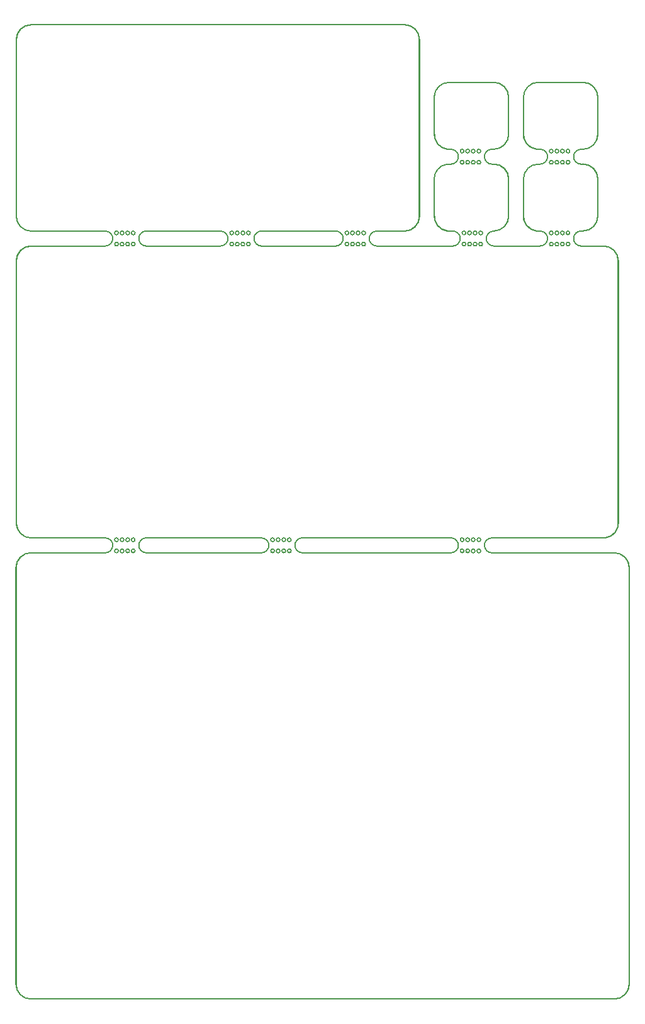
<source format=gbr>
G04 #@! TF.FileFunction,Profile,NP*
%FSLAX46Y46*%
G04 Gerber Fmt 4.6, Leading zero omitted, Abs format (unit mm)*
G04 Created by KiCad (PCBNEW 4.0.2-stable) date 19/04/2016 11:25:51*
%MOMM*%
G01*
G04 APERTURE LIST*
%ADD10C,0.100000*%
%ADD11C,0.150000*%
G04 APERTURE END LIST*
D10*
D11*
X76250000Y-124250000D02*
X86250000Y-124250000D01*
X86250000Y-122250000D02*
X76250000Y-122250000D01*
X55250000Y-124250000D02*
X60750000Y-124250000D01*
X60750000Y-122250000D02*
X55250000Y-122250000D01*
X98000000Y-61000000D02*
X98250000Y-61000000D01*
X98000000Y-61000000D02*
G75*
G03X96000000Y-63000000I0J-2000000D01*
G01*
X98250000Y-72000000D02*
X98000000Y-72000000D01*
X98000000Y-72000000D02*
G75*
G03X96000000Y-74000000I0J-2000000D01*
G01*
X85750000Y-72000000D02*
X86250000Y-72000000D01*
X85750000Y-72000000D02*
G75*
G03X84000000Y-74250000I250000J-2000000D01*
G01*
X86250000Y-61000000D02*
X86000000Y-61000000D01*
X86000000Y-61000000D02*
G75*
G03X84000000Y-63000000I0J-2000000D01*
G01*
X86250000Y-70000000D02*
X85750000Y-70000000D01*
X91750000Y-72000000D02*
X92000000Y-72000000D01*
X91750000Y-70000000D02*
X92000000Y-70000000D01*
X98250000Y-70000000D02*
X97750000Y-70000000D01*
X104000000Y-70000000D02*
X103750000Y-70000000D01*
X104000000Y-72000000D02*
X103750000Y-72000000D01*
X97750000Y-81000000D02*
X98250000Y-81000000D01*
X98250000Y-83000000D02*
X92000000Y-83000000D01*
X103750000Y-81000000D02*
X104000000Y-81000000D01*
X106750000Y-83000000D02*
X103750000Y-83000000D01*
X85750000Y-81000000D02*
X86500000Y-81000000D01*
X76250000Y-83000000D02*
X76500000Y-83000000D01*
X76250000Y-81000000D02*
X80000000Y-81000000D01*
X101750000Y-124250000D02*
X107000000Y-124250000D01*
X107000000Y-122250000D02*
X101750000Y-122250000D01*
X108250000Y-124250000D02*
X107000000Y-124250000D01*
X91000000Y-82000000D02*
G75*
G03X92000000Y-83000000I1000000J0D01*
G01*
X92000000Y-81000000D02*
G75*
G03X91000000Y-82000000I0J-1000000D01*
G01*
X90500000Y-82750000D02*
G75*
G03X90500000Y-82750000I-250000J0D01*
G01*
X89750000Y-82750000D02*
G75*
G03X89750000Y-82750000I-250000J0D01*
G01*
X89000000Y-82750000D02*
G75*
G03X89000000Y-82750000I-250000J0D01*
G01*
X88250000Y-82750000D02*
G75*
G03X88250000Y-82750000I-250000J0D01*
G01*
X90500000Y-81250000D02*
G75*
G03X90500000Y-81250000I-250000J0D01*
G01*
X89750000Y-81250000D02*
G75*
G03X89750000Y-81250000I-250000J0D01*
G01*
X89000000Y-81250000D02*
G75*
G03X89000000Y-81250000I-250000J0D01*
G01*
X88250000Y-81250000D02*
G75*
G03X88250000Y-81250000I-250000J0D01*
G01*
X86500000Y-83000000D02*
G75*
G03X87500000Y-82000000I0J1000000D01*
G01*
X87500000Y-82000000D02*
G75*
G03X86500000Y-81000000I-1000000J0D01*
G01*
X86500000Y-83000000D02*
X76500000Y-83000000D01*
X99250000Y-71000000D02*
G75*
G03X98250000Y-70000000I-1000000J0D01*
G01*
X98250000Y-72000000D02*
G75*
G03X99250000Y-71000000I0J1000000D01*
G01*
X100000000Y-70250000D02*
G75*
G03X100000000Y-70250000I-250000J0D01*
G01*
X100750000Y-70250000D02*
G75*
G03X100750000Y-70250000I-250000J0D01*
G01*
X101500000Y-70250000D02*
G75*
G03X101500000Y-70250000I-250000J0D01*
G01*
X102250000Y-70250000D02*
G75*
G03X102250000Y-70250000I-250000J0D01*
G01*
X100000000Y-71750000D02*
G75*
G03X100000000Y-71750000I-250000J0D01*
G01*
X100750000Y-71750000D02*
G75*
G03X100750000Y-71750000I-250000J0D01*
G01*
X101500000Y-71750000D02*
G75*
G03X101500000Y-71750000I-250000J0D01*
G01*
X102250000Y-71750000D02*
G75*
G03X102250000Y-71750000I-250000J0D01*
G01*
X103750000Y-70000000D02*
G75*
G03X102750000Y-71000000I0J-1000000D01*
G01*
X102750000Y-71000000D02*
G75*
G03X103750000Y-72000000I1000000J0D01*
G01*
X102750000Y-82000000D02*
G75*
G03X103750000Y-83000000I1000000J0D01*
G01*
X103750000Y-81000000D02*
G75*
G03X102750000Y-82000000I0J-1000000D01*
G01*
X102250000Y-82750000D02*
G75*
G03X102250000Y-82750000I-250000J0D01*
G01*
X101500000Y-82750000D02*
G75*
G03X101500000Y-82750000I-250000J0D01*
G01*
X100750000Y-82750000D02*
G75*
G03X100750000Y-82750000I-250000J0D01*
G01*
X100000000Y-82750000D02*
G75*
G03X100000000Y-82750000I-250000J0D01*
G01*
X102250000Y-81250000D02*
G75*
G03X102250000Y-81250000I-250000J0D01*
G01*
X101500000Y-81250000D02*
G75*
G03X101500000Y-81250000I-250000J0D01*
G01*
X100750000Y-81250000D02*
G75*
G03X100750000Y-81250000I-250000J0D01*
G01*
X100000000Y-81250000D02*
G75*
G03X100000000Y-81250000I-250000J0D01*
G01*
X98250000Y-83000000D02*
G75*
G03X99250000Y-82000000I0J1000000D01*
G01*
X99250000Y-82000000D02*
G75*
G03X98250000Y-81000000I-1000000J0D01*
G01*
X101750000Y-124250000D02*
X91750000Y-124250000D01*
X91750000Y-122250000D02*
X101750000Y-122250000D01*
X66250000Y-122250000D02*
X76250000Y-122250000D01*
X76250000Y-124250000D02*
X66250000Y-124250000D01*
X87250000Y-123250000D02*
G75*
G03X86250000Y-122250000I-1000000J0D01*
G01*
X86250000Y-124250000D02*
G75*
G03X87250000Y-123250000I0J1000000D01*
G01*
X88000000Y-122500000D02*
G75*
G03X88000000Y-122500000I-250000J0D01*
G01*
X88750000Y-122500000D02*
G75*
G03X88750000Y-122500000I-250000J0D01*
G01*
X89500000Y-122500000D02*
G75*
G03X89500000Y-122500000I-250000J0D01*
G01*
X90250000Y-122500000D02*
G75*
G03X90250000Y-122500000I-250000J0D01*
G01*
X88000000Y-124000000D02*
G75*
G03X88000000Y-124000000I-250000J0D01*
G01*
X88750000Y-124000000D02*
G75*
G03X88750000Y-124000000I-250000J0D01*
G01*
X89500000Y-124000000D02*
G75*
G03X89500000Y-124000000I-250000J0D01*
G01*
X90250000Y-124000000D02*
G75*
G03X90250000Y-124000000I-250000J0D01*
G01*
X91750000Y-122250000D02*
G75*
G03X90750000Y-123250000I0J-1000000D01*
G01*
X90750000Y-123250000D02*
G75*
G03X91750000Y-124250000I1000000J0D01*
G01*
X65250000Y-123250000D02*
G75*
G03X66250000Y-124250000I1000000J0D01*
G01*
X66250000Y-122250000D02*
G75*
G03X65250000Y-123250000I0J-1000000D01*
G01*
X64750000Y-124000000D02*
G75*
G03X64750000Y-124000000I-250000J0D01*
G01*
X64000000Y-124000000D02*
G75*
G03X64000000Y-124000000I-250000J0D01*
G01*
X63250000Y-124000000D02*
G75*
G03X63250000Y-124000000I-250000J0D01*
G01*
X62500000Y-124000000D02*
G75*
G03X62500000Y-124000000I-250000J0D01*
G01*
X64750000Y-122500000D02*
G75*
G03X64750000Y-122500000I-250000J0D01*
G01*
X64000000Y-122500000D02*
G75*
G03X64000000Y-122500000I-250000J0D01*
G01*
X63250000Y-122500000D02*
G75*
G03X63250000Y-122500000I-250000J0D01*
G01*
X62500000Y-122500000D02*
G75*
G03X62500000Y-122500000I-250000J0D01*
G01*
X60750000Y-124250000D02*
G75*
G03X61750000Y-123250000I0J1000000D01*
G01*
X61750000Y-123250000D02*
G75*
G03X60750000Y-122250000I-1000000J0D01*
G01*
X60750000Y-124250000D02*
X50750000Y-124250000D01*
X50750000Y-122250000D02*
X60750000Y-122250000D01*
X29750000Y-122250000D02*
X39750000Y-122250000D01*
X39750000Y-124250000D02*
X29750000Y-124250000D01*
X40750000Y-123250000D02*
G75*
G03X39750000Y-122250000I-1000000J0D01*
G01*
X39750000Y-124250000D02*
G75*
G03X40750000Y-123250000I0J1000000D01*
G01*
X41500000Y-122500000D02*
G75*
G03X41500000Y-122500000I-250000J0D01*
G01*
X42250000Y-122500000D02*
G75*
G03X42250000Y-122500000I-250000J0D01*
G01*
X43000000Y-122500000D02*
G75*
G03X43000000Y-122500000I-250000J0D01*
G01*
X43750000Y-122500000D02*
G75*
G03X43750000Y-122500000I-250000J0D01*
G01*
X41500000Y-124000000D02*
G75*
G03X41500000Y-124000000I-250000J0D01*
G01*
X42250000Y-124000000D02*
G75*
G03X42250000Y-124000000I-250000J0D01*
G01*
X43000000Y-124000000D02*
G75*
G03X43000000Y-124000000I-250000J0D01*
G01*
X43750000Y-124000000D02*
G75*
G03X43750000Y-124000000I-250000J0D01*
G01*
X45250000Y-122250000D02*
G75*
G03X44250000Y-123250000I0J-1000000D01*
G01*
X44250000Y-123250000D02*
G75*
G03X45250000Y-124250000I1000000J0D01*
G01*
X55250000Y-124250000D02*
X45250000Y-124250000D01*
X45250000Y-122250000D02*
X55250000Y-122250000D01*
X45250000Y-81000000D02*
X55250000Y-81000000D01*
X55250000Y-83000000D02*
X45250000Y-83000000D01*
X56250000Y-82000000D02*
G75*
G03X55250000Y-81000000I-1000000J0D01*
G01*
X55250000Y-83000000D02*
G75*
G03X56250000Y-82000000I0J1000000D01*
G01*
X57000000Y-81250000D02*
G75*
G03X57000000Y-81250000I-250000J0D01*
G01*
X57750000Y-81250000D02*
G75*
G03X57750000Y-81250000I-250000J0D01*
G01*
X58500000Y-81250000D02*
G75*
G03X58500000Y-81250000I-250000J0D01*
G01*
X59250000Y-81250000D02*
G75*
G03X59250000Y-81250000I-250000J0D01*
G01*
X57000000Y-82750000D02*
G75*
G03X57000000Y-82750000I-250000J0D01*
G01*
X57750000Y-82750000D02*
G75*
G03X57750000Y-82750000I-250000J0D01*
G01*
X58500000Y-82750000D02*
G75*
G03X58500000Y-82750000I-250000J0D01*
G01*
X59250000Y-82750000D02*
G75*
G03X59250000Y-82750000I-250000J0D01*
G01*
X60750000Y-81000000D02*
G75*
G03X59750000Y-82000000I0J-1000000D01*
G01*
X59750000Y-82000000D02*
G75*
G03X60750000Y-83000000I1000000J0D01*
G01*
X44250000Y-82000000D02*
G75*
G03X45250000Y-83000000I1000000J0D01*
G01*
X45250000Y-81000000D02*
G75*
G03X44250000Y-82000000I0J-1000000D01*
G01*
X43750000Y-82750000D02*
G75*
G03X43750000Y-82750000I-250000J0D01*
G01*
X43000000Y-82750000D02*
G75*
G03X43000000Y-82750000I-250000J0D01*
G01*
X42250000Y-82750000D02*
G75*
G03X42250000Y-82750000I-250000J0D01*
G01*
X41500000Y-82750000D02*
G75*
G03X41500000Y-82750000I-250000J0D01*
G01*
X43750000Y-81250000D02*
G75*
G03X43750000Y-81250000I-250000J0D01*
G01*
X43000000Y-81250000D02*
G75*
G03X43000000Y-81250000I-250000J0D01*
G01*
X42250000Y-81250000D02*
G75*
G03X42250000Y-81250000I-250000J0D01*
G01*
X41500000Y-81250000D02*
G75*
G03X41500000Y-81250000I-250000J0D01*
G01*
X39750000Y-83000000D02*
G75*
G03X40750000Y-82000000I0J1000000D01*
G01*
X40750000Y-82000000D02*
G75*
G03X39750000Y-81000000I-1000000J0D01*
G01*
X39750000Y-83000000D02*
X29750000Y-83000000D01*
X29750000Y-81000000D02*
X39750000Y-81000000D01*
X60750000Y-81000000D02*
X70750000Y-81000000D01*
X70750000Y-83000000D02*
X60750000Y-83000000D01*
X71750000Y-82000000D02*
G75*
G03X70750000Y-81000000I-1000000J0D01*
G01*
X70750000Y-83000000D02*
G75*
G03X71750000Y-82000000I0J1000000D01*
G01*
X72500000Y-81250000D02*
G75*
G03X72500000Y-81250000I-250000J0D01*
G01*
X73250000Y-81250000D02*
G75*
G03X73250000Y-81250000I-250000J0D01*
G01*
X74000000Y-81250000D02*
G75*
G03X74000000Y-81250000I-250000J0D01*
G01*
X74750000Y-81250000D02*
G75*
G03X74750000Y-81250000I-250000J0D01*
G01*
X72500000Y-82750000D02*
G75*
G03X72500000Y-82750000I-250000J0D01*
G01*
X73250000Y-82750000D02*
G75*
G03X73250000Y-82750000I-250000J0D01*
G01*
X74000000Y-82750000D02*
G75*
G03X74000000Y-82750000I-250000J0D01*
G01*
X74750000Y-82750000D02*
G75*
G03X74750000Y-82750000I-250000J0D01*
G01*
X76250000Y-81000000D02*
G75*
G03X75250000Y-82000000I0J-1000000D01*
G01*
X75250000Y-82000000D02*
G75*
G03X76250000Y-83000000I1000000J0D01*
G01*
X90750000Y-71000000D02*
G75*
G03X91750000Y-72000000I1000000J0D01*
G01*
X91750000Y-70000000D02*
G75*
G03X90750000Y-71000000I0J-1000000D01*
G01*
X90250000Y-71750000D02*
G75*
G03X90250000Y-71750000I-250000J0D01*
G01*
X89500000Y-71750000D02*
G75*
G03X89500000Y-71750000I-250000J0D01*
G01*
X88750000Y-71750000D02*
G75*
G03X88750000Y-71750000I-250000J0D01*
G01*
X88000000Y-71750000D02*
G75*
G03X88000000Y-71750000I-250000J0D01*
G01*
X90250000Y-70250000D02*
G75*
G03X90250000Y-70250000I-250000J0D01*
G01*
X89500000Y-70250000D02*
G75*
G03X89500000Y-70250000I-250000J0D01*
G01*
X88750000Y-70250000D02*
G75*
G03X88750000Y-70250000I-250000J0D01*
G01*
X88000000Y-70250000D02*
G75*
G03X88000000Y-70250000I-250000J0D01*
G01*
X86250000Y-72000000D02*
G75*
G03X87250000Y-71000000I0J1000000D01*
G01*
X87250000Y-71000000D02*
G75*
G03X86250000Y-70000000I-1000000J0D01*
G01*
X110250000Y-126250000D02*
X110250000Y-182250000D01*
X27750000Y-182250000D02*
X27750000Y-126250000D01*
X108250000Y-184250000D02*
X29750000Y-184250000D01*
X108250000Y-184250000D02*
G75*
G03X110250000Y-182250000I0J2000000D01*
G01*
X110250000Y-126250000D02*
G75*
G03X108250000Y-124250000I-2000000J0D01*
G01*
X29750000Y-124250000D02*
G75*
G03X27750000Y-126250000I0J-2000000D01*
G01*
X27750000Y-182250000D02*
G75*
G03X29750000Y-184250000I2000000J0D01*
G01*
X82000000Y-55250000D02*
X82000000Y-79000000D01*
X29750000Y-53250000D02*
X80000000Y-53250000D01*
X27750000Y-79000000D02*
X27750000Y-55250000D01*
X80000000Y-81000000D02*
G75*
G03X82000000Y-79000000I0J2000000D01*
G01*
X27750000Y-79000000D02*
G75*
G03X29750000Y-81000000I2000000J0D01*
G01*
X29750000Y-53250000D02*
G75*
G03X27750000Y-55250000I0J-2000000D01*
G01*
X82000000Y-55250000D02*
G75*
G03X80000000Y-53250000I-2000000J0D01*
G01*
X108750000Y-120000000D02*
X108750000Y-85000000D01*
X27750000Y-85000000D02*
X27750000Y-120250000D01*
X108750000Y-85000000D02*
G75*
G03X106750000Y-83000000I-2000000J0D01*
G01*
X107000000Y-122250000D02*
G75*
G03X108750000Y-120000000I-250000J2000000D01*
G01*
X27750000Y-120250000D02*
G75*
G03X29750000Y-122250000I2000000J0D01*
G01*
X29750000Y-83000000D02*
G75*
G03X27750000Y-85000000I0J-2000000D01*
G01*
X84000000Y-73750000D02*
X84000000Y-78750000D01*
X94000000Y-79000000D02*
X94000000Y-74000000D01*
X94000000Y-74000000D02*
G75*
G03X92000000Y-72000000I-2000000J0D01*
G01*
X92000000Y-81000000D02*
G75*
G03X94000000Y-79000000I0J2000000D01*
G01*
X84000000Y-78750000D02*
G75*
G03X85750000Y-81000000I2000000J-250000D01*
G01*
X96000000Y-73750000D02*
X96000000Y-78750000D01*
X106000000Y-79000000D02*
X106000000Y-74000000D01*
X106000000Y-74000000D02*
G75*
G03X104000000Y-72000000I-2000000J0D01*
G01*
X104000000Y-81000000D02*
G75*
G03X106000000Y-79000000I0J2000000D01*
G01*
X96000000Y-78750000D02*
G75*
G03X97750000Y-81000000I2000000J-250000D01*
G01*
X84000000Y-62750000D02*
X84000000Y-67750000D01*
X92000000Y-61000000D02*
X86250000Y-61000000D01*
X94000000Y-68000000D02*
X94000000Y-63000000D01*
X94000000Y-63000000D02*
G75*
G03X92000000Y-61000000I-2000000J0D01*
G01*
X92000000Y-70000000D02*
G75*
G03X94000000Y-68000000I0J2000000D01*
G01*
X84000000Y-67750000D02*
G75*
G03X85750000Y-70000000I2000000J-250000D01*
G01*
X96000000Y-62750000D02*
X96000000Y-67750000D01*
X104000000Y-61000000D02*
X98250000Y-61000000D01*
X106000000Y-68000000D02*
X106000000Y-63000000D01*
X106000000Y-63000000D02*
G75*
G03X104000000Y-61000000I-2000000J0D01*
G01*
X104000000Y-70000000D02*
G75*
G03X106000000Y-68000000I0J2000000D01*
G01*
X96000000Y-67750000D02*
G75*
G03X97750000Y-70000000I2000000J-250000D01*
G01*
X110218000Y-126248500D02*
X110218000Y-182248500D01*
X27718000Y-182248500D02*
X27718000Y-126248500D01*
X108218000Y-184248500D02*
X29718000Y-184248500D01*
X108218000Y-184248500D02*
G75*
G03X110218000Y-182248500I0J2000000D01*
G01*
X110218000Y-126248500D02*
G75*
G03X108218000Y-124248500I-2000000J0D01*
G01*
X29718000Y-124248500D02*
G75*
G03X27718000Y-126248500I0J-2000000D01*
G01*
X27718000Y-182248500D02*
G75*
G03X29718000Y-184248500I2000000J0D01*
G01*
X108787000Y-120013000D02*
X108787000Y-85013000D01*
X27787000Y-85013000D02*
X27787000Y-120263000D01*
X108787000Y-85013000D02*
G75*
G03X106787000Y-83013000I-2000000J0D01*
G01*
X107037000Y-122263000D02*
G75*
G03X108787000Y-120013000I-250000J2000000D01*
G01*
X27787000Y-120263000D02*
G75*
G03X29787000Y-122263000I2000000J0D01*
G01*
X29787000Y-83013000D02*
G75*
G03X27787000Y-85013000I0J-2000000D01*
G01*
X82029000Y-55264000D02*
X82029000Y-79014000D01*
X29779000Y-53264000D02*
X80029000Y-53264000D01*
X27779000Y-79014000D02*
X27779000Y-55264000D01*
X80029000Y-81014000D02*
G75*
G03X82029000Y-79014000I0J2000000D01*
G01*
X27779000Y-79014000D02*
G75*
G03X29779000Y-81014000I2000000J0D01*
G01*
X29779000Y-53264000D02*
G75*
G03X27779000Y-55264000I0J-2000000D01*
G01*
X82029000Y-55264000D02*
G75*
G03X80029000Y-53264000I-2000000J0D01*
G01*
X84023500Y-73730500D02*
X84023500Y-78730500D01*
X94023500Y-78980500D02*
X94023500Y-73980500D01*
X94023500Y-73980500D02*
G75*
G03X92023500Y-71980500I-2000000J0D01*
G01*
X92023500Y-80980500D02*
G75*
G03X94023500Y-78980500I0J2000000D01*
G01*
X84023500Y-78730500D02*
G75*
G03X85773500Y-80980500I2000000J-250000D01*
G01*
X96025000Y-62745000D02*
X96025000Y-67745000D01*
X104025000Y-60995000D02*
X98275000Y-60995000D01*
X106025000Y-67995000D02*
X106025000Y-62995000D01*
X106025000Y-62995000D02*
G75*
G03X104025000Y-60995000I-2000000J0D01*
G01*
X104025000Y-69995000D02*
G75*
G03X106025000Y-67995000I0J2000000D01*
G01*
X96025000Y-67745000D02*
G75*
G03X97775000Y-69995000I2000000J-250000D01*
G01*
X96025000Y-73730500D02*
X96025000Y-78730500D01*
X106025000Y-78980500D02*
X106025000Y-73980500D01*
X106025000Y-73980500D02*
G75*
G03X104025000Y-71980500I-2000000J0D01*
G01*
X104025000Y-80980500D02*
G75*
G03X106025000Y-78980500I0J2000000D01*
G01*
X96025000Y-78730500D02*
G75*
G03X97775000Y-80980500I2000000J-250000D01*
G01*
X84023500Y-62745000D02*
X84023500Y-67745000D01*
X92023500Y-60995000D02*
X86273500Y-60995000D01*
X94023500Y-67995000D02*
X94023500Y-62995000D01*
X94023500Y-62995000D02*
G75*
G03X92023500Y-60995000I-2000000J0D01*
G01*
X92023500Y-69995000D02*
G75*
G03X94023500Y-67995000I0J2000000D01*
G01*
X84023500Y-67745000D02*
G75*
G03X85773500Y-69995000I2000000J-250000D01*
G01*
X110218000Y-126248500D02*
X110218000Y-182248500D01*
X27718000Y-182248500D02*
X27718000Y-126248500D01*
X108218000Y-184248500D02*
X29718000Y-184248500D01*
X108218000Y-184248500D02*
G75*
G03X110218000Y-182248500I0J2000000D01*
G01*
X110218000Y-126248500D02*
G75*
G03X108218000Y-124248500I-2000000J0D01*
G01*
X29718000Y-124248500D02*
G75*
G03X27718000Y-126248500I0J-2000000D01*
G01*
X27718000Y-182248500D02*
G75*
G03X29718000Y-184248500I2000000J0D01*
G01*
M02*

</source>
